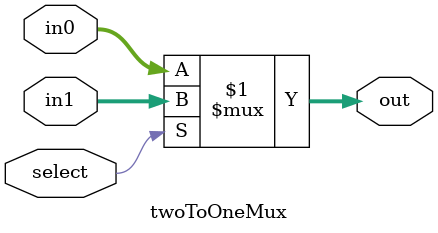
<source format=v>

module twoToOneMux(out, select, in0, in1); 

    input select; 
    input [31:0] in0, in1;
    output [31:0] out; 
    assign out = select ? in1 : in0; 

endmodule

</source>
